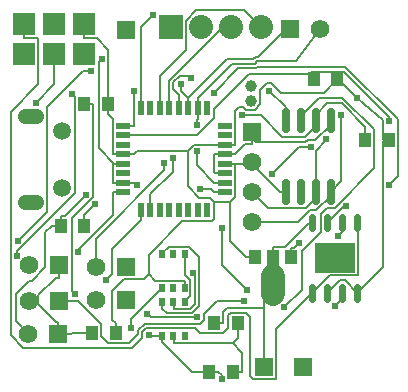
<source format=gbl>
G04 ---------------------------- Layer name :BOTTOM LAYER*
G04 easyEDA 0.1*
G04 Scale: 100 percent, Rotated: No, Reflected: No *
G04 Dimensions in inches *
G04 leading zeros omitted , absolute positions ,2 integer and 4 * 
%FSLAX24Y24*%
%MOIN*%
G90*
G70D02*

%ADD11C,0.007080*%
%ADD12C,0.023622*%
%ADD13C,0.027559*%
%ADD14C,0.078740*%
%ADD15C,0.024016*%
%ADD16R,0.050000X0.022000*%
%ADD17R,0.022000X0.050000*%
%ADD18R,0.137790X0.098425*%
%ADD19R,0.020100X0.031500*%
%ADD20R,0.039370X0.049212*%
%ADD21R,0.039000X0.075000*%
%ADD22R,0.039000X0.047000*%
%ADD23R,0.080000X0.080000*%
%ADD24C,0.080000*%
%ADD26C,0.039370*%
%ADD28R,0.074000X0.074000*%
%ADD29C,0.059055*%
%ADD31R,0.062000X0.062000*%
%ADD32C,0.062000*%
%ADD34C,0.051181*%

%LPD*%
G54D11*
G01X600Y12000D02*
G01X600Y11528D01*
G01X10206Y3044D02*
G01X10789Y3626D01*
G01X11721Y3626D01*
G01X11742Y3646D01*
G01X11742Y5348D01*
G01X11706Y5384D01*
G01X2603Y5275D02*
G01X2603Y5625D01*
G01X2978Y6000D01*
G01X12609Y8125D02*
G01X12551Y8182D01*
G01X12551Y8803D01*
G01X11681Y9548D01*
G01X11706Y3044D02*
G01X12556Y3894D01*
G01X12556Y8071D01*
G01X12609Y8125D01*
G01X11043Y10169D02*
G01X10584Y9690D01*
G01X9886Y9690D01*
G01X9177Y9690D01*
G01X8822Y10044D01*
G01X8694Y10044D01*
G01X8464Y9811D01*
G01X8464Y9323D01*
G01X8289Y9148D01*
G01X8000Y9148D01*
G01X7909Y9240D01*
G01X7772Y9240D01*
G01X7635Y9103D01*
G01X7635Y7969D01*
G01X4756Y3655D02*
G01X4592Y3490D01*
G01X3923Y3490D01*
G01X3544Y3111D01*
G01X3544Y2151D01*
G01X3651Y2044D01*
G01X4756Y3655D02*
G01X4756Y4315D01*
G01X5878Y5436D01*
G01X6855Y5436D01*
G01X6935Y5515D01*
G01X6935Y6069D01*
G01X5947Y3444D02*
G01X4967Y3444D01*
G01X4756Y3655D01*
G01X6046Y7757D02*
G01X6046Y6592D01*
G01X6426Y6213D01*
G01X6792Y6213D01*
G01X6935Y6069D01*
G01X6944Y7969D02*
G01X6939Y7973D01*
G01X6263Y7973D01*
G01X6046Y7757D01*
G01X4255Y7659D02*
G01X4361Y7765D01*
G01X6038Y7765D01*
G01X6046Y7757D01*
G01X11173Y10069D02*
G01X11227Y10015D01*
G01X11681Y9548D01*
G01X8300Y4219D02*
G01X8010Y4219D01*
G01X7460Y6069D02*
G01X6935Y6069D01*
G01X7635Y7340D02*
G01X7635Y6244D01*
G01X7460Y6069D01*
G01X8010Y4219D02*
G01X7460Y4769D01*
G01X7460Y6069D01*
G01X2600Y11528D02*
G01X3013Y11528D01*
G01X3407Y11132D01*
G01X3407Y9719D01*
G01X3380Y9690D01*
G01X3380Y9350D02*
G01X3380Y9009D01*
G01X3380Y9009D02*
G01X3565Y8823D01*
G01X3565Y7659D01*
G01X8200Y7340D02*
G01X7635Y7340D01*
G01X7289Y7969D02*
G01X7635Y7969D01*
G01X11043Y10169D02*
G01X10971Y10069D01*
G01X11043Y10169D02*
G01X10963Y10069D01*
G01X3380Y9350D02*
G01X3380Y9690D01*
G01X11101Y10069D02*
G01X11173Y10069D01*
G01X11706Y3044D02*
G01X11282Y3467D01*
G01X11130Y3467D01*
G01X10706Y3044D01*
G01X3909Y7659D02*
G01X4255Y7659D01*
G01X7427Y7340D02*
G01X7289Y7340D01*
G01X7427Y7340D02*
G01X7635Y7340D01*
G01X7289Y7969D02*
G01X6944Y7969D01*
G01X8200Y7340D02*
G01X8200Y7400D01*
G01X9314Y6407D02*
G01X9132Y6407D01*
G01X8200Y7340D01*
G01X2600Y12000D02*
G01X2600Y11528D01*
G01X11101Y10069D02*
G01X10971Y10069D01*
G01X3736Y7659D02*
G01X3909Y7659D01*
G01X3736Y7659D02*
G01X3565Y7659D01*
G01X5947Y3192D02*
G01X5947Y3444D01*
G01X3651Y1703D02*
G01X3651Y2044D01*
G01X12755Y8125D02*
G01X12609Y8125D01*
G01X8200Y8194D02*
G01X8335Y8057D01*
G01X9978Y8057D01*
G01X10060Y8140D01*
G01X10309Y8140D01*
G01X10814Y8644D01*
G01X10814Y8786D01*
G01X3909Y6709D02*
G01X4255Y6709D01*
G01X4348Y6644D02*
G01X4319Y6644D01*
G01X4255Y6709D01*
G01X9500Y4219D02*
G01X9500Y4550D01*
G01X9500Y4550D02*
G01X9592Y4550D01*
G01X9756Y4715D01*
G01X3186Y10844D02*
G01X3086Y10744D01*
G01X3086Y7853D01*
G01X3598Y7340D01*
G01X3598Y7340D02*
G01X3565Y7305D01*
G01X3565Y6709D01*
G01X3771Y6709D02*
G01X3909Y6709D01*
G01X3736Y7340D02*
G01X3598Y7340D01*
G01X6978Y7030D02*
G01X6944Y7063D01*
G01X6944Y7659D01*
G01X1761Y3748D02*
G01X1761Y3953D01*
G01X3771Y6709D02*
G01X3565Y6709D01*
G01X7289Y7030D02*
G01X6978Y7030D01*
G01X8200Y8194D02*
G01X8200Y7988D01*
G01X8200Y8400D02*
G01X8200Y8194D01*
G01X7289Y7659D02*
G01X7635Y7659D01*
G01X7635Y7659D02*
G01X7964Y7988D01*
G01X8200Y7988D01*
G01X7117Y7659D02*
G01X7289Y7659D01*
G01X7117Y7659D02*
G01X6944Y7659D01*
G01X3736Y7340D02*
G01X3909Y7340D01*
G01X1761Y3748D02*
G01X1761Y3542D01*
G01X1075Y2780D02*
G01X1075Y2959D01*
G01X1657Y3542D01*
G01X1761Y3542D01*
G01X1744Y2073D02*
G01X1671Y2073D01*
G01X1075Y2669D01*
G01X1075Y2780D01*
G01X746Y2780D02*
G01X1075Y2780D01*
G01X1744Y1661D02*
G01X1744Y2073D01*
G01X1744Y1661D02*
G01X2155Y1661D01*
G01X2863Y1703D02*
G01X2198Y1703D01*
G01X2155Y1661D01*
G01X6364Y7753D02*
G01X6364Y7290D01*
G01X6944Y6709D01*
G01X7289Y6709D02*
G01X6944Y6709D01*
G01X7289Y6400D02*
G01X6944Y6400D01*
G01X6944Y6400D02*
G01X6831Y6513D01*
G01X6460Y6513D01*
G01X5556Y7542D02*
G01X5556Y7073D01*
G01X4810Y6326D01*
G01X4810Y5809D01*
G01X4500Y5465D02*
G01X3530Y4494D01*
G01X3530Y3676D01*
G01X3319Y3465D01*
G01X4500Y5809D02*
G01X4500Y5465D01*
G01X3909Y6400D02*
G01X3565Y6400D01*
G01X1600Y11000D02*
G01X1600Y9992D01*
G01X994Y9384D01*
G01X2403Y4388D02*
G01X2403Y4482D01*
G01X3565Y5642D01*
G01X3565Y6400D01*
G01X4255Y8290D02*
G01X6348Y8290D01*
G01X6923Y8865D01*
G01X6923Y9178D01*
G01X8086Y10342D01*
G01X10118Y10342D01*
G01X10167Y10390D01*
G01X12772Y8773D02*
G01X12772Y8909D01*
G01X11272Y10409D01*
G01X10186Y10409D01*
G01X10167Y10390D01*
G01X3909Y8290D02*
G01X4255Y8290D01*
G01X10255Y10169D02*
G01X10167Y10390D01*
G01X6915Y9713D02*
G01X7722Y10519D01*
G01X8315Y10519D01*
G01X8375Y10578D01*
G01X11298Y10578D01*
G01X13047Y8830D01*
G01X13047Y6919D01*
G01X12777Y6651D01*
G01X4255Y8600D02*
G01X4255Y9780D01*
G01X3909Y8600D02*
G01X4255Y8600D01*
G01X4500Y9190D02*
G01X4500Y11894D01*
G01X4905Y12300D01*
G01X11161Y8982D02*
G01X11161Y6755D01*
G01X10814Y6407D01*
G01X10814Y6407D02*
G01X10814Y6267D01*
G01X10340Y5794D01*
G01X10119Y5794D01*
G01X9725Y5400D01*
G01X8200Y5400D01*
G01X5130Y9534D02*
G01X5130Y10280D01*
G01X6000Y11150D01*
G01X6000Y12115D01*
G01X6339Y12455D01*
G01X7926Y12455D01*
G01X8480Y11901D01*
G01X5130Y9190D02*
G01X5130Y9534D01*
G01X10668Y8184D02*
G01X10668Y8119D01*
G01X10314Y7765D01*
G01X10314Y6407D01*
G01X5439Y9534D02*
G01X5439Y10117D01*
G01X7230Y11907D01*
G01X7497Y11907D01*
G01X10314Y6407D02*
G01X10314Y6198D01*
G01X9990Y5876D01*
G01X8723Y5876D01*
G01X8200Y6400D01*
G01X5439Y9190D02*
G01X5439Y9534D01*
G01X6160Y10217D02*
G01X6109Y10269D01*
G01X5785Y10269D01*
G01X5577Y10061D01*
G01X5577Y9832D01*
G01X5760Y9651D01*
G01X5760Y9190D01*
G01X6069Y9534D02*
G01X7356Y10821D01*
G01X8231Y10821D01*
G01X8321Y10911D01*
G01X8400Y10911D01*
G01X9288Y11800D01*
G01X2209Y9657D02*
G01X2300Y9567D01*
G01X2300Y6359D01*
G01X378Y4438D01*
G01X378Y4284D01*
G01X5843Y10013D02*
G01X5843Y9761D01*
G01X6069Y9534D01*
G01X9493Y11800D02*
G01X9475Y11850D01*
G01X9493Y11800D02*
G01X9288Y11800D01*
G01X6069Y9363D02*
G01X6069Y9190D01*
G01X6069Y9363D02*
G01X6069Y9534D01*
G01X5264Y7357D02*
G01X5264Y7119D01*
G01X2982Y4838D01*
G01X2982Y3917D01*
G01X6389Y9534D02*
G01X7539Y10684D01*
G01X8288Y10684D01*
G01X8377Y10775D01*
G01X9138Y10775D01*
G01X9675Y10775D01*
G01X10475Y11850D01*
G01X6389Y9190D02*
G01X6389Y8844D01*
G01X6364Y8623D02*
G01X6364Y8819D01*
G01X6389Y8844D01*
G01X6389Y9363D02*
G01X6389Y9190D01*
G01X6389Y9363D02*
G01X6389Y9534D01*
G01X7227Y2038D02*
G01X7227Y2396D01*
G01X7368Y2536D01*
G01X8600Y2536D01*
G01X8600Y2536D02*
G01X8600Y3000D01*
G01X8900Y3300D01*
G01X8600Y580D02*
G01X8600Y2536D01*
G01X8900Y4569D02*
G01X9297Y4569D01*
G01X10111Y5384D01*
G01X10206Y5384D01*
G01X8900Y4100D02*
G01X8900Y4569D01*
G01X8900Y3300D02*
G01X8900Y4100D01*
G01X6935Y2038D02*
G01X7227Y2038D01*
G01X10706Y5384D02*
G01X11265Y5944D01*
G01X11335Y5944D01*
G01X11206Y5384D02*
G01X11206Y5076D01*
G01X11051Y4921D01*
G01X11206Y3044D02*
G01X11206Y2826D01*
G01X10964Y2586D01*
G01X10314Y8786D02*
G01X10314Y8588D01*
G01X9951Y8225D01*
G01X9210Y8225D01*
G01X8481Y8953D01*
G01X7868Y8953D01*
G01X2836Y10438D02*
G01X2563Y10438D01*
G01X1363Y9240D01*
G01X1363Y5738D01*
G01X384Y4759D01*
G01X11967Y8465D02*
G01X11967Y8578D01*
G01X11181Y9363D01*
G01X10696Y9363D01*
G01X10314Y8980D01*
G01X10314Y8786D01*
G01X11967Y8296D02*
G01X11967Y8125D01*
G01X11967Y8296D02*
G01X11967Y8465D01*
G01X1815Y5615D02*
G01X1959Y5615D01*
G01X2657Y6313D01*
G01X1815Y5275D02*
G01X1815Y5615D01*
G01X8034Y3119D02*
G01X7200Y3953D01*
G01X7200Y5217D01*
G01X9814Y8786D02*
G01X9814Y8928D01*
G01X10431Y9546D01*
G01X11210Y9546D01*
G01X12259Y8496D01*
G01X12259Y7186D01*
G01X10952Y5880D01*
G01X10700Y5880D01*
G01X10493Y5673D01*
G01X10493Y5065D01*
G01X9856Y4428D01*
G01X9856Y3148D01*
G01X9268Y2561D01*
G01X1815Y5275D02*
G01X1523Y5275D01*
G01X1523Y5275D02*
G01X1309Y5061D01*
G01X1309Y3886D01*
G01X871Y3448D01*
G01X759Y3448D01*
G01X315Y3005D01*
G01X315Y2088D01*
G01X744Y1661D01*
G01X1746Y2780D02*
G01X2157Y2780D01*
G01X7938Y2759D02*
G01X7026Y2759D01*
G01X6600Y2332D01*
G01X6600Y2144D01*
G01X6469Y2013D01*
G01X4615Y2013D01*
G01X4394Y1792D01*
G01X4394Y1653D01*
G01X4094Y1355D01*
G01X3405Y1355D01*
G01X3155Y1603D01*
G01X3155Y2009D01*
G01X2401Y2763D01*
G01X2173Y2763D01*
G01X2157Y2780D01*
G01X10152Y7917D02*
G01X9771Y7917D01*
G01X8856Y7003D01*
G01X8752Y9780D02*
G01X9314Y9219D01*
G01X9314Y8786D01*
G01X7547Y1355D02*
G01X5580Y1355D01*
G01X5580Y1607D02*
G01X5580Y1355D01*
G01X7723Y2038D02*
G01X7723Y1532D01*
G01X7547Y1355D01*
G01X7547Y1355D02*
G01X7855Y1046D01*
G01X7855Y417D01*
G01X7563Y417D02*
G01X7855Y417D01*
G01X5210Y1607D02*
G01X4789Y1607D01*
G01X4753Y1644D01*
G01X4173Y1857D02*
G01X4173Y2155D01*
G01X5209Y3192D01*
G01X5210Y1498D02*
G01X5210Y1607D01*
G01X5210Y1498D02*
G01X5210Y1390D01*
G01X5210Y1390D02*
G01X6182Y417D01*
G01X6775Y417D01*
G01X6921Y417D02*
G01X6775Y417D01*
G01X6921Y417D02*
G01X7067Y417D01*
G01X7067Y417D02*
G01X7185Y298D01*
G01X7185Y167D01*
G01X5209Y4332D02*
G01X5209Y4355D01*
G01X5438Y4584D01*
G01X6089Y4584D01*
G01X6444Y4228D01*
G01X6444Y2617D01*
G01X6185Y2359D01*
G01X5347Y2359D01*
G01X5210Y2496D01*
G01X5210Y2748D02*
G01X5210Y2496D01*
G01X2288Y2986D02*
G01X2182Y3090D01*
G01X2182Y5525D01*
G01X2884Y6226D01*
G01X2884Y9350D01*
G01X5580Y2748D02*
G01X5580Y2496D01*
G01X2592Y9350D02*
G01X2884Y9350D01*
G01X6377Y2236D02*
G01X6363Y2221D01*
G01X4831Y2221D01*
G01X4710Y2340D01*
G01X6223Y3688D02*
G01X6302Y3609D01*
G01X6302Y2669D01*
G01X6130Y2496D01*
G01X5580Y2496D01*
G01X5948Y2748D02*
G01X6143Y2944D01*
G01X6143Y3455D01*
G01X5947Y3651D01*
G01X5947Y4080D01*
G01X5947Y4332D02*
G01X5947Y4080D01*
G01X600Y11528D02*
G01X1051Y11528D01*
G01X1071Y11507D01*
G01X1071Y10000D01*
G01X155Y9084D01*
G01X155Y1621D01*
G01X565Y1209D01*
G01X4190Y1209D01*
G01X4531Y1551D01*
G01X4531Y1736D01*
G01X4661Y1865D01*
G01X6285Y1865D01*
G01X6453Y1698D01*
G01X7227Y1698D01*
G01X7402Y1871D01*
G01X7402Y2301D01*
G01X7481Y2380D01*
G01X7996Y2380D01*
G01X8139Y2236D01*
G01X8139Y269D01*
G01X8239Y167D01*
G01X8990Y167D01*
G01X9011Y188D01*
G01X9011Y1850D01*
G01X10206Y3044D01*
G54D12*
G01X10206Y5580D02*
G01X10206Y5187D01*
G01X10706Y5580D02*
G01X10706Y5187D01*
G01X11206Y5580D02*
G01X11206Y5187D01*
G01X11706Y5580D02*
G01X11706Y5187D01*
G01X10206Y3240D02*
G01X10206Y2847D01*
G01X10706Y3240D02*
G01X10706Y2847D01*
G01X11206Y3240D02*
G01X11206Y2847D01*
G01X11706Y3240D02*
G01X11706Y2847D01*
G54D13*
G01X10814Y6702D02*
G01X10814Y6111D01*
G01X10314Y6702D02*
G01X10314Y6111D01*
G01X9814Y6702D02*
G01X9814Y6111D01*
G01X9314Y6702D02*
G01X9314Y6111D01*
G01X10814Y9082D02*
G01X10814Y8491D01*
G01X10314Y9082D02*
G01X10314Y8491D01*
G01X9814Y9082D02*
G01X9814Y8491D01*
G01X9314Y9082D02*
G01X9314Y8491D01*
G54D14*
G01X8900Y3595D02*
G01X8900Y3004D01*
G54D16*
G01X7289Y8600D03*
G01X7289Y8290D03*
G01X7289Y7969D03*
G01X7289Y7659D03*
G01X7289Y7340D03*
G01X7289Y7030D03*
G01X7289Y6709D03*
G01X7289Y6400D03*
G54D17*
G01X6700Y5809D03*
G01X6389Y5809D03*
G01X6069Y5809D03*
G01X5760Y5809D03*
G01X5439Y5809D03*
G01X5130Y5809D03*
G01X4810Y5809D03*
G01X4500Y5809D03*
G54D16*
G01X3909Y6400D03*
G01X3909Y6709D03*
G01X3909Y7030D03*
G01X3909Y7340D03*
G01X3909Y7659D03*
G01X3909Y7969D03*
G01X3909Y8290D03*
G01X3909Y8600D03*
G54D17*
G01X4500Y9190D03*
G01X4810Y9190D03*
G01X5130Y9190D03*
G01X5439Y9190D03*
G01X5760Y9190D03*
G01X6069Y9190D03*
G01X6389Y9190D03*
G01X6700Y9190D03*
G54D18*
G01X10956Y4213D03*
G54D19*
G01X5948Y1609D03*
G01X5578Y1609D03*
G01X5209Y1609D03*
G01X5209Y2748D03*
G01X5578Y2748D03*
G01X5948Y2748D03*
G54D20*
G01X7723Y2038D03*
G01X6935Y2038D03*
G01X7563Y417D03*
G01X6775Y417D03*
G54D19*
G01X5207Y4332D03*
G01X5577Y4332D03*
G01X5947Y4332D03*
G01X5947Y3192D03*
G01X5577Y3192D03*
G01X5207Y3192D03*
G54D20*
G01X3380Y9350D03*
G01X2592Y9350D03*
G01X2603Y5275D03*
G01X1815Y5275D03*
G01X12755Y8125D03*
G01X11967Y8125D03*
G01X2863Y1703D03*
G01X3651Y1703D03*
G54D21*
G01X8900Y4100D03*
G54D22*
G01X8300Y4219D03*
G01X9500Y4219D03*
G54D20*
G01X11042Y10169D03*
G01X10255Y10169D03*
G54D23*
G01X5498Y11907D03*
G54D24*
G01X6502Y11903D03*
G01X7497Y11907D03*
G01X8480Y11901D03*
G54D26*
G01X8164Y9448D03*
G01X8164Y9919D03*
G54D28*
G01X600Y11000D03*
G01X600Y12000D03*
G01X1600Y11000D03*
G01X1600Y12000D03*
G01X2600Y11000D03*
G01X2600Y12000D03*
G54D29*
G01X1867Y8448D03*
G01X1867Y6542D03*
G54D31*
G01X8600Y580D03*
G01X9903Y576D03*
G01X1761Y3953D03*
G54D32*
G01X761Y3953D03*
G54D31*
G01X1744Y1661D03*
G54D32*
G01X744Y1661D03*
G54D31*
G01X1746Y2780D03*
G54D32*
G01X746Y2780D03*
G54D31*
G01X9475Y11850D03*
G54D32*
G01X10475Y11850D03*
G54D31*
G01X4000Y11800D03*
G01X8200Y8400D03*
G54D32*
G01X8200Y7400D03*
G01X8200Y6400D03*
G01X8200Y5400D03*
G54D31*
G01X3982Y3917D03*
G54D32*
G01X2982Y3917D03*
G54D31*
G01X3984Y2786D03*
G54D32*
G01X2984Y2786D03*
G54D15*
G01X2978Y6000D03*
G01X11681Y9548D03*
G01X4348Y6644D03*
G01X9756Y4715D03*
G01X3186Y10844D03*
G01X6364Y7753D03*
G01X6460Y6513D03*
G01X5556Y7542D03*
G01X3319Y3465D03*
G01X2403Y4388D03*
G01X994Y9384D03*
G01X12772Y8773D03*
G01X12777Y6651D03*
G01X6915Y9713D03*
G01X4255Y9780D03*
G01X4905Y12300D03*
G01X11161Y8982D03*
G01X10668Y8184D03*
G01X6160Y10217D03*
G01X5843Y10013D03*
G01X2209Y9657D03*
G01X378Y4284D03*
G01X6364Y8623D03*
G01X5264Y7357D03*
G01X11335Y5944D03*
G01X11051Y4921D03*
G01X10964Y2586D03*
G01X384Y4759D03*
G01X2836Y10438D03*
G01X7868Y8953D03*
G01X2657Y6313D03*
G01X7200Y5217D03*
G01X8034Y3119D03*
G01X9268Y2561D03*
G01X10152Y7917D03*
G01X8856Y7003D03*
G01X7938Y2759D03*
G01X8752Y9780D03*
G01X4173Y1857D03*
G01X4753Y1644D03*
G01X7185Y167D03*
G01X6223Y3688D03*
G01X6377Y2236D03*
G01X4710Y2340D03*
G01X2288Y2986D03*
G54D23*
G01X5498Y11907D03*
G54D24*
G01X6502Y11903D03*
G01X7497Y11907D03*
G01X8480Y11901D03*
G54D26*
G01X8164Y9448D03*
G01X8164Y9919D03*
G54D28*
G01X600Y11000D03*
G01X600Y12000D03*
G01X1600Y11000D03*
G01X1600Y12000D03*
G01X2600Y11000D03*
G01X2600Y12000D03*
G54D29*
G01X1867Y8448D03*
G01X1867Y6542D03*
G54D31*
G01X8600Y580D03*
G01X9903Y576D03*
G01X1761Y3953D03*
G54D32*
G01X761Y3953D03*
G54D31*
G01X1744Y1661D03*
G54D32*
G01X744Y1661D03*
G54D31*
G01X1746Y2780D03*
G54D32*
G01X746Y2780D03*
G54D31*
G01X9475Y11850D03*
G54D32*
G01X10475Y11850D03*
G54D31*
G01X4000Y11800D03*
G01X8200Y8400D03*
G54D32*
G01X8200Y7400D03*
G01X8200Y6400D03*
G01X8200Y5400D03*
G54D31*
G01X3982Y3917D03*
G54D32*
G01X2982Y3917D03*
G54D31*
G01X3984Y2786D03*
G54D32*
G01X2984Y2786D03*
G54D34*
G01X981Y6075D02*
G01X626Y6075D01*
G01X981Y8925D02*
G01X626Y8925D01*

M00*
M02*
</source>
